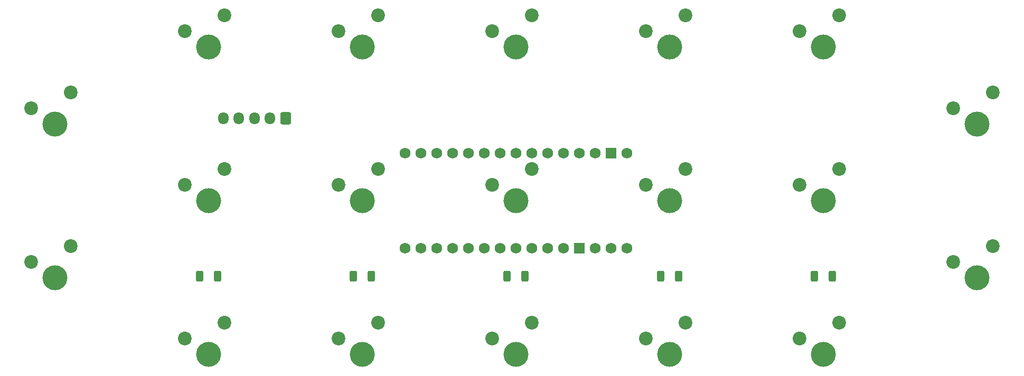
<source format=gts>
G04 #@! TF.GenerationSoftware,KiCad,Pcbnew,7.0.10*
G04 #@! TF.CreationDate,2024-03-13T20:10:47-04:00*
G04 #@! TF.ProjectId,Main_board,4d61696e-5f62-46f6-9172-642e6b696361,1.0.2*
G04 #@! TF.SameCoordinates,Original*
G04 #@! TF.FileFunction,Soldermask,Top*
G04 #@! TF.FilePolarity,Negative*
%FSLAX46Y46*%
G04 Gerber Fmt 4.6, Leading zero omitted, Abs format (unit mm)*
G04 Created by KiCad (PCBNEW 7.0.10) date 2024-03-13 20:10:47*
%MOMM*%
%LPD*%
G01*
G04 APERTURE LIST*
G04 Aperture macros list*
%AMRoundRect*
0 Rectangle with rounded corners*
0 $1 Rounding radius*
0 $2 $3 $4 $5 $6 $7 $8 $9 X,Y pos of 4 corners*
0 Add a 4 corners polygon primitive as box body*
4,1,4,$2,$3,$4,$5,$6,$7,$8,$9,$2,$3,0*
0 Add four circle primitives for the rounded corners*
1,1,$1+$1,$2,$3*
1,1,$1+$1,$4,$5*
1,1,$1+$1,$6,$7*
1,1,$1+$1,$8,$9*
0 Add four rect primitives between the rounded corners*
20,1,$1+$1,$2,$3,$4,$5,0*
20,1,$1+$1,$4,$5,$6,$7,0*
20,1,$1+$1,$6,$7,$8,$9,0*
20,1,$1+$1,$8,$9,$2,$3,0*%
G04 Aperture macros list end*
%ADD10C,4.000000*%
%ADD11C,2.200000*%
%ADD12RoundRect,0.250000X0.312500X0.625000X-0.312500X0.625000X-0.312500X-0.625000X0.312500X-0.625000X0*%
%ADD13C,1.727200*%
%ADD14R,1.727200X1.727200*%
%ADD15RoundRect,0.250000X0.600000X0.725000X-0.600000X0.725000X-0.600000X-0.725000X0.600000X-0.725000X0*%
%ADD16O,1.700000X1.950000*%
G04 APERTURE END LIST*
D10*
X239268000Y-145669000D03*
D11*
X241808000Y-140589000D03*
X235458000Y-143129000D03*
D12*
X166816500Y-157734000D03*
X163891500Y-157734000D03*
D10*
X140716000Y-157988000D03*
D11*
X143256000Y-152908000D03*
X136906000Y-155448000D03*
D12*
X216092500Y-157734000D03*
X213167500Y-157734000D03*
X265368500Y-157734000D03*
X262443500Y-157734000D03*
D10*
X140716000Y-133350000D03*
D11*
X143256000Y-128270000D03*
X136906000Y-130810000D03*
D10*
X214630000Y-121031000D03*
D11*
X217170000Y-115951000D03*
X210820000Y-118491000D03*
D10*
X165354000Y-145669000D03*
D11*
X167894000Y-140589000D03*
X161544000Y-143129000D03*
D10*
X263906000Y-145669000D03*
D11*
X266446000Y-140589000D03*
X260096000Y-143129000D03*
D10*
X189992000Y-145669000D03*
D11*
X192532000Y-140589000D03*
X186182000Y-143129000D03*
D10*
X263906000Y-121031000D03*
D11*
X266446000Y-115951000D03*
X260096000Y-118491000D03*
D10*
X263906000Y-170307000D03*
D11*
X266446000Y-165227000D03*
X260096000Y-167767000D03*
D10*
X214630000Y-145669000D03*
D11*
X217170000Y-140589000D03*
X210820000Y-143129000D03*
D10*
X239268000Y-121031000D03*
D11*
X241808000Y-115951000D03*
X235458000Y-118491000D03*
D12*
X240730500Y-157734000D03*
X237805500Y-157734000D03*
D10*
X214630000Y-170307000D03*
D11*
X217170000Y-165227000D03*
X210820000Y-167767000D03*
D10*
X189992000Y-121031000D03*
D11*
X192532000Y-115951000D03*
X186182000Y-118491000D03*
D10*
X189992000Y-170307000D03*
D11*
X192532000Y-165227000D03*
X186182000Y-167767000D03*
D10*
X288544000Y-157988000D03*
D11*
X291084000Y-152908000D03*
X284734000Y-155448000D03*
D10*
X165354000Y-121031000D03*
D11*
X167894000Y-115951000D03*
X161544000Y-118491000D03*
D10*
X165354000Y-170307000D03*
D11*
X167894000Y-165227000D03*
X161544000Y-167767000D03*
D12*
X191454500Y-157734000D03*
X188529500Y-157734000D03*
D10*
X288544000Y-133350000D03*
D11*
X291084000Y-128270000D03*
X284734000Y-130810000D03*
D10*
X239268000Y-170307000D03*
D11*
X241808000Y-165227000D03*
X235458000Y-167767000D03*
D13*
X199390000Y-138049000D03*
X224790000Y-138049000D03*
X204470000Y-138049000D03*
X207010000Y-138049000D03*
X209550000Y-138049000D03*
X212090000Y-138049000D03*
X214630000Y-138049000D03*
X217170000Y-138049000D03*
X219710000Y-138049000D03*
X222250000Y-138049000D03*
X201930000Y-138049000D03*
X229870000Y-153289000D03*
X232410000Y-153289000D03*
X222250000Y-153289000D03*
X219710000Y-153289000D03*
X217170000Y-153289000D03*
X214630000Y-153289000D03*
X212090000Y-153289000D03*
X209550000Y-153289000D03*
X207010000Y-153289000D03*
X204470000Y-153289000D03*
X201930000Y-153289000D03*
X199390000Y-153289000D03*
X196850000Y-153289000D03*
X196850000Y-138049000D03*
D14*
X224790000Y-153289000D03*
X229870000Y-138049000D03*
D13*
X227330000Y-153289000D03*
X227330000Y-138049000D03*
X232410000Y-138049000D03*
D15*
X177673000Y-132444000D03*
D16*
X175173000Y-132444000D03*
X172673000Y-132444000D03*
X170173000Y-132444000D03*
X167673000Y-132444000D03*
M02*

</source>
